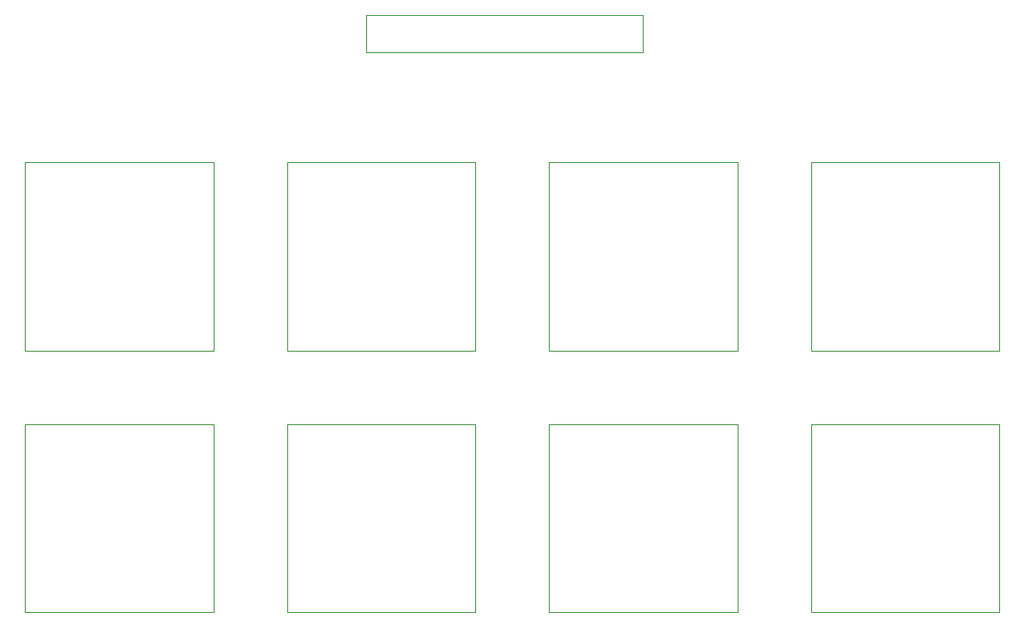
<source format=gbr>
%TF.GenerationSoftware,KiCad,Pcbnew,(5.1.9)-1*%
%TF.CreationDate,2021-09-12T18:45:55+01:00*%
%TF.ProjectId,Function Generator Jacks,46756e63-7469-46f6-9e20-47656e657261,rev?*%
%TF.SameCoordinates,Original*%
%TF.FileFunction,Other,User*%
%FSLAX46Y46*%
G04 Gerber Fmt 4.6, Leading zero omitted, Abs format (unit mm)*
G04 Created by KiCad (PCBNEW (5.1.9)-1) date 2021-09-12 18:45:55*
%MOMM*%
%LPD*%
G01*
G04 APERTURE LIST*
%ADD10C,0.120000*%
%ADD11C,0.050000*%
G04 APERTURE END LIST*
D10*
%TO.C,J1*%
X20591000Y-87359000D02*
X20591000Y-69359000D01*
X38591000Y-87359000D02*
X20591000Y-87359000D01*
X38591000Y-69359000D02*
X38591000Y-87359000D01*
X20591000Y-69359000D02*
X38591000Y-69359000D01*
%TO.C,J2*%
X20591000Y-94378000D02*
X38591000Y-94378000D01*
X38591000Y-94378000D02*
X38591000Y-112378000D01*
X38591000Y-112378000D02*
X20591000Y-112378000D01*
X20591000Y-112378000D02*
X20591000Y-94378000D01*
%TO.C,J4*%
X45610000Y-87359000D02*
X45610000Y-69359000D01*
X63610000Y-87359000D02*
X45610000Y-87359000D01*
X63610000Y-69359000D02*
X63610000Y-87359000D01*
X45610000Y-69359000D02*
X63610000Y-69359000D01*
%TO.C,J5*%
X45610000Y-94378000D02*
X63610000Y-94378000D01*
X63610000Y-94378000D02*
X63610000Y-112378000D01*
X63610000Y-112378000D02*
X45610000Y-112378000D01*
X45610000Y-112378000D02*
X45610000Y-94378000D01*
%TO.C,J6*%
X70629000Y-87359000D02*
X70629000Y-69359000D01*
X88629000Y-87359000D02*
X70629000Y-87359000D01*
X88629000Y-69359000D02*
X88629000Y-87359000D01*
X70629000Y-69359000D02*
X88629000Y-69359000D01*
%TO.C,J7*%
X70629000Y-94378000D02*
X88629000Y-94378000D01*
X88629000Y-94378000D02*
X88629000Y-112378000D01*
X88629000Y-112378000D02*
X70629000Y-112378000D01*
X70629000Y-112378000D02*
X70629000Y-94378000D01*
%TO.C,J8*%
X95648000Y-87359000D02*
X95648000Y-69359000D01*
X113648000Y-87359000D02*
X95648000Y-87359000D01*
X113648000Y-69359000D02*
X113648000Y-87359000D01*
X95648000Y-69359000D02*
X113648000Y-69359000D01*
%TO.C,J9*%
X95648000Y-94378000D02*
X113648000Y-94378000D01*
X113648000Y-94378000D02*
X113648000Y-112378000D01*
X113648000Y-112378000D02*
X95648000Y-112378000D01*
X95648000Y-112378000D02*
X95648000Y-94378000D01*
D11*
%TO.C,J3*%
X79596000Y-58823000D02*
X53196000Y-58823000D01*
X79596000Y-55273000D02*
X79596000Y-58823000D01*
X53196000Y-55273000D02*
X79596000Y-55273000D01*
X53196000Y-58823000D02*
X53196000Y-55273000D01*
%TD*%
M02*

</source>
